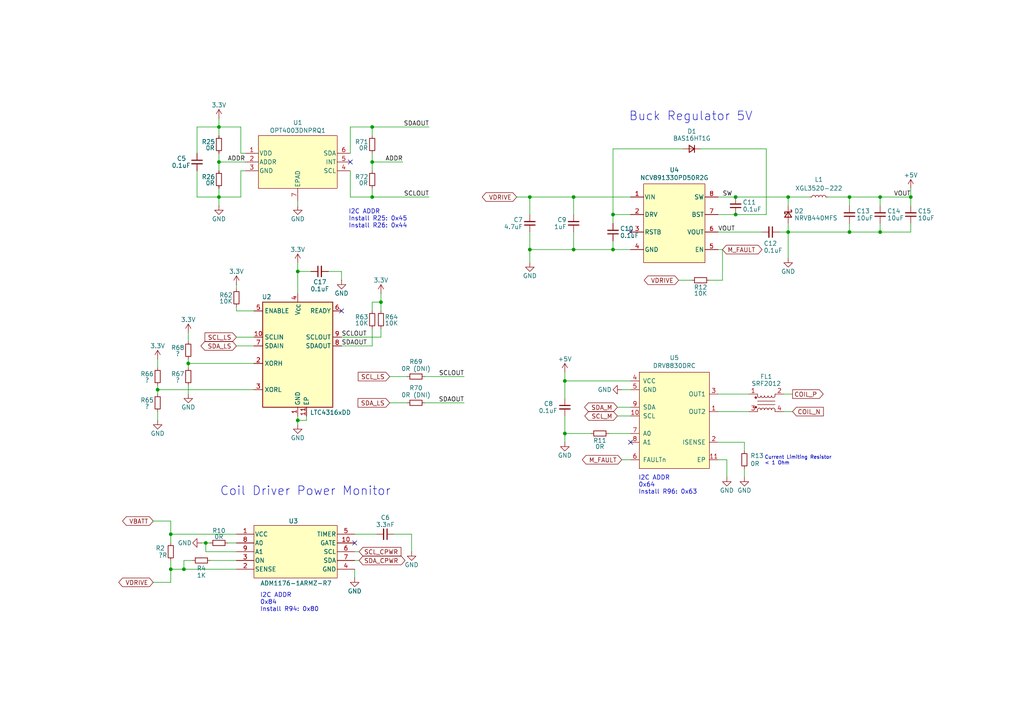
<source format=kicad_sch>
(kicad_sch (version 20231120) (generator "eeschema") (generator_version "8.0")
  (paper "A4")
  (lib_symbols
    (symbol "Interface_Expansion:LTC4316xDD"
      (property "Reference" "U" (at -8.89 16.51 0))
      (property "Value" "LTC4316xDD" (at 6.35 16.51 0))
      (symbol "LTC4316xDD_0_1"
        (rectangle (start -10.16 15.24) (end 10.16 -15.24) (stroke (width 0.254)) (fill (type background)))
      )
      (symbol "LTC4316xDD_1_1"
        (pin power_in line (at 0 -17.78 90) (length 2.54) (name "GND") (number "1"))
        (pin input line (at -12.7 5.08 0) (length 2.54) (name "SCLIN") (number "10"))
        (pin passive line (at 2.54 -17.78 90) (length 2.54) (name "EP") (number "11"))
        (pin input line (at -12.7 -2.54 0) (length 2.54) (name "XORH") (number "2"))
        (pin input line (at -12.7 -10.16 0) (length 2.54) (name "XORL") (number "3"))
        (pin power_in line (at 0 17.78 270) (length 2.54) (name "V_{CC}") (number "4"))
        (pin input line (at -12.7 12.7 0) (length 2.54) (name "ENABLE") (number "5"))
        (pin open_collector line (at 12.7 12.7 180) (length 2.54) (name "READY") (number "6"))
        (pin bidirectional line (at -12.7 2.54 0) (length 2.54) (name "SDAIN") (number "7"))
        (pin bidirectional line (at 12.7 2.54 180) (length 2.54) (name "SDAOUT") (number "8"))
        (pin output line (at 12.7 5.08 180) (length 2.54) (name "SCLOUT") (number "9"))
      )
    )
    (symbol "SolarPanels:ADM1176-1ARMZ-R7" (pin_names (offset 0.254))
      (property "Reference" "U9" (at 0 8.89 0))
      (property "Value" "ADM1176-1ARMZ-R7" (at 0.762 -9.144 0))
      (symbol "ADM1176-1ARMZ-R7_1_0"
        (pin unspecified line (at -16.51 5.08 0) (length 5.08) (name "VCC") (number "1"))
        (pin unspecified line (at 17.78 2.54 180) (length 5.08) (name "GATE") (number "10"))
        (pin unspecified line (at -16.51 -5.08 0) (length 5.08) (name "SENSE") (number "2"))
        (pin unspecified line (at -16.51 -2.54 0) (length 5.08) (name "ON") (number "3"))
        (pin unspecified line (at 17.78 -5.08 180) (length 5.08) (name "GND") (number "4"))
        (pin unspecified line (at 17.78 5.08 180) (length 5.08) (name "TIMER") (number "5"))
        (pin unspecified line (at 17.78 0 180) (length 5.08) (name "SCL") (number "6"))
        (pin unspecified line (at 17.78 -2.54 180) (length 5.08) (name "SDA") (number "7"))
        (pin unspecified line (at -16.51 2.54 0) (length 5.08) (name "A0") (number "8"))
        (pin unspecified line (at -16.51 0 0) (length 5.08) (name "A1") (number "9"))
      )
      (symbol "ADM1176-1ARMZ-R7_1_1"
        (rectangle (start -11.43 7.62) (end 12.7 -7.62) (fill (type background)))
      )
    )
    (symbol "SolarPanels:C_Small" (pin_numbers hide) (pin_names (offset 0.254) hide)
      (property "Reference" "C" (at 0.254 1.778 0))
      (property "Value" "C_Small" (at 0.254 -2.032 0))
      (symbol "C_Small_0_1"
        (polyline (pts (xy -1.524 -0.508) (xy 1.524 -0.508)) (stroke (width 0.3302)))
        (polyline (pts (xy -1.524 0.508) (xy 1.524 0.508)) (stroke (width 0.3048)))
      )
      (symbol "C_Small_1_1"
        (pin passive line (at 0 2.54 270) (length 2.032) (name "~") (number "1"))
        (pin passive line (at 0 -2.54 90) (length 2.032) (name "~") (number "2"))
      )
    )
    (symbol "SolarPanels:DRV8830DRC" (pin_names (offset 1.016))
      (property "Reference" "U" (at -8.89 15.24 0))
      (property "Value" "DRV8830DRC" (at -3.81 -15.24 0))
      (symbol "DRV8830DRC_0_1"
        (rectangle (start -10.16 13.97) (end 10.16 -13.97) (fill (type background)))
      )
      (symbol "DRV8830DRC_1_1"
        (pin passive line (at 12.7 2.54 180) (length 2.54) (name "OUT2") (number "1"))
        (pin passive line (at -12.7 1.27 0) (length 2.54) (name "SCL") (number "10"))
        (pin power_in line (at 12.7 -11.43 180) (length 2.54) (name "EP") (number "11"))
        (pin passive line (at 12.7 -6.35 180) (length 2.54) (name "ISENSE") (number "2"))
        (pin passive line (at 12.7 7.62 180) (length 2.54) (name "OUT1") (number "3"))
        (pin power_in line (at -12.7 11.43 0) (length 2.54) (name "VCC") (number "4"))
        (pin power_in line (at -12.7 8.89 0) (length 2.54) (name "GND") (number "5"))
        (pin open_collector line (at -12.7 -11.43 0) (length 2.54) (name "FAULTn") (number "6"))
        (pin passive line (at -12.7 -3.81 0) (length 2.54) (name "A0") (number "7"))
        (pin passive line (at -12.7 -6.35 0) (length 2.54) (name "A1") (number "8"))
        (pin passive line (at -12.7 3.81 0) (length 2.54) (name "SDA") (number "9"))
      )
    )
    (symbol "SolarPanels:D_Schottky_Small" (pin_numbers hide) (pin_names (offset 0.254) hide)
      (property "Reference" "D" (at -1.27 2.032 0))
      (property "Value" "D_Schottky_Small" (at -7.112 -2.032 0))
      (symbol "D_Schottky_Small_0_1"
        (polyline (pts (xy -0.762 0) (xy 0.762 0)))
        (polyline (pts (xy 0.762 -1.016) (xy -0.762 0) (xy 0.762 1.016) (xy 0.762 -1.016)) (stroke (width 0.254)))
        (polyline (pts (xy -1.27 0.762) (xy -1.27 1.016) (xy -0.762 1.016) (xy -0.762 -1.016) (xy -0.254 -1.016) (xy -0.254 -0.762)) (stroke (width 0.254)))
      )
      (symbol "D_Schottky_Small_1_1"
        (pin passive line (at -2.54 0 0) (length 1.778) (name "K") (number "1"))
        (pin passive line (at 2.54 0 180) (length 1.778) (name "A") (number "2"))
      )
    )
    (symbol "SolarPanels:D_Small" (pin_numbers hide) (pin_names (offset 0.254) hide)
      (property "Reference" "D" (at -1.27 2.032 0))
      (property "Value" "D_Small" (at -3.81 -2.032 0))
      (symbol "D_Small_0_1"
        (polyline (pts (xy -0.762 -1.016) (xy -0.762 1.016)) (stroke (width 0.254)))
        (polyline (pts (xy -0.762 0) (xy 0.762 0)))
        (polyline (pts (xy 0.762 -1.016) (xy -0.762 0) (xy 0.762 1.016) (xy 0.762 -1.016)) (stroke (width 0.254)))
      )
      (symbol "D_Small_1_1"
        (pin passive line (at -2.54 0 0) (length 1.778) (name "K") (number "1"))
        (pin passive line (at 2.54 0 180) (length 1.778) (name "A") (number "2"))
      )
    )
    (symbol "SolarPanels:Filter_EMI_CommonMode" (pin_names (offset 0.254) hide)
      (property "Reference" "FL" (at 0 4.445 0))
      (property "Value" "Filter_EMI_CommonMode" (at 0 -4.445 0))
      (symbol "Filter_EMI_CommonMode_0_1"
        (circle (center -3.048 -1.27) (radius 0.254) (fill (type outline)))
        (circle (center -3.048 1.524) (radius 0.254) (fill (type outline)))
        (arc (start -2.54 2.032) (mid -2.032 1.5262) (end -1.524 2.032))
        (arc (start -1.524 -2.032) (mid -2.032 -1.5262) (end -2.54 -2.032))
        (arc (start -1.524 2.032) (mid -1.016 1.5262) (end -0.508 2.032))
        (arc (start -0.508 -2.032) (mid -1.016 -1.5262) (end -1.524 -2.032))
        (arc (start -0.508 2.032) (mid 0 1.5262) (end 0.508 2.032))
        (polyline (pts (xy -2.54 -2.032) (xy -2.54 -2.54)))
        (polyline (pts (xy -2.54 0.508) (xy 2.54 0.508)))
        (polyline (pts (xy -2.54 2.032) (xy -2.54 2.54)))
        (polyline (pts (xy 2.54 -2.032) (xy 2.54 -2.54)))
        (polyline (pts (xy 2.54 -0.508) (xy -2.54 -0.508)))
        (polyline (pts (xy 2.54 2.54) (xy 2.54 2.032)))
        (arc (start 0.508 -2.032) (mid 0 -1.5262) (end -0.508 -2.032))
        (arc (start 0.508 2.032) (mid 1.016 1.5262) (end 1.524 2.032))
        (arc (start 1.524 -2.032) (mid 1.016 -1.5262) (end 0.508 -2.032))
        (arc (start 1.524 2.032) (mid 2.032 1.5262) (end 2.54 2.032))
        (arc (start 2.54 -2.032) (mid 2.032 -1.5262) (end 1.524 -2.032))
      )
      (symbol "Filter_EMI_CommonMode_1_1"
        (pin passive line (at -5.08 2.54 0) (length 2.54) (name "1") (number "1"))
        (pin passive line (at 5.08 2.54 180) (length 2.54) (name "2") (number "2"))
        (pin passive line (at -5.08 -2.54 0) (length 2.54) (name "3") (number "3"))
        (pin passive line (at 5.08 -2.54 180) (length 2.54) (name "4") (number "4"))
      )
    )
    (symbol "SolarPanels:L_Small" (pin_numbers hide) (pin_names (offset 0.254) hide)
      (property "Reference" "L" (at 0.762 1.016 0))
      (property "Value" "L_Small" (at 0.762 -1.016 0))
      (symbol "L_Small_0_1"
        (arc (start 0 -2.032) (mid 0.5058 -1.524) (end 0 -1.016))
        (arc (start 0 -1.016) (mid 0.5058 -0.508) (end 0 0))
        (arc (start 0 0) (mid 0.5058 0.508) (end 0 1.016))
        (arc (start 0 1.016) (mid 0.5058 1.524) (end 0 2.032))
      )
      (symbol "L_Small_1_1"
        (pin passive line (at 0 2.54 270) (length 0.508) (name "~") (number "1"))
        (pin passive line (at 0 -2.54 90) (length 0.508) (name "~") (number "2"))
      )
    )
    (symbol "SolarPanels:NCV891330PD50R2G" (pin_names (offset 0.254))
      (property "Reference" "U" (at 0 16.256 0))
      (property "Value" "NCV891330PD50R2G" (at 0 13.208 0))
      (symbol "NCV891330PD50R2G_1_1"
        (rectangle (start -8.89 11.43) (end 8.89 -11.43) (fill (type background)))
        (pin input line (at -12.7 7.62 0) (length 3.81) (name "VIN") (number "1"))
        (pin output line (at -12.7 2.54 0) (length 3.81) (name "DRV") (number "2"))
        (pin output line (at -12.7 -2.54 0) (length 3.81) (name "RSTB") (number "3"))
        (pin power_in line (at -12.7 -7.62 0) (length 3.81) (name "GND") (number "4"))
        (pin input line (at 12.7 -7.62 180) (length 3.81) (name "EN") (number "5"))
        (pin output line (at 12.7 -2.54 180) (length 3.81) (name "VOUT") (number "6"))
        (pin input line (at 12.7 2.54 180) (length 3.81) (name "BST") (number "7"))
        (pin output line (at 12.7 7.62 180) (length 3.81) (name "SW") (number "8"))
        (pin power_in line (at -12.7 -7.62 0) (length 3.81) hide (name "GND") (number "9"))
      )
    )
    (symbol "SolarPanels:OPT4003DNPRQ1" (pin_names (offset 0.254))
      (property "Reference" "U" (at 0 11.938 0))
      (property "Value" "OPT4003DNPRQ1" (at 0 9.398 0))
      (symbol "OPT4003DNPRQ1_1_1"
        (rectangle (start -11.43 7.62) (end 11.43 -7.62) (fill (type background)))
        (pin input line (at -15.24 2.54 0) (length 3.81) (name "VDD") (number "1"))
        (pin input line (at -15.24 0 0) (length 3.81) (name "ADDR") (number "2"))
        (pin power_in line (at -15.24 -2.54 0) (length 3.81) (name "GND") (number "3"))
        (pin input line (at 15.24 -2.54 180) (length 3.81) (name "SCL") (number "4"))
        (pin bidirectional line (at 15.24 0 180) (length 3.81) (name "INT") (number "5"))
        (pin bidirectional line (at 15.24 2.54 180) (length 3.81) (name "SDA") (number "6"))
        (pin power_out line (at 0 -11.43 90) (length 3.81) (name "EPAD") (number "7"))
      )
    )
    (symbol "SolarPanels:R_Small" (pin_numbers hide) (pin_names (offset 0.254) hide)
      (property "Reference" "R" (at 0.762 0.508 0))
      (property "Value" "R_Small" (at 0.762 -1.016 0))
      (symbol "R_Small_0_1"
        (rectangle (start -0.762 1.778) (end 0.762 -1.778) (stroke (width 0.2032)))
      )
      (symbol "R_Small_1_1"
        (pin passive line (at 0 2.54 270) (length 0.762) (name "~") (number "1"))
        (pin passive line (at 0 -2.54 90) (length 0.762) (name "~") (number "2"))
      )
    )
    (symbol "power:+3.3V" (power) (pin_numbers hide) (pin_names (offset 0) hide)
      (property "Value" "+3.3V" (at 0 3.556 0))
      (symbol "+3.3V_0_1"
        (polyline (pts (xy -0.762 1.27) (xy 0 2.54)))
        (polyline (pts (xy 0 0) (xy 0 2.54)))
        (polyline (pts (xy 0 2.54) (xy 0.762 1.27)))
      )
      (symbol "+3.3V_1_1"
        (pin power_in line (at 0 0 90) (length 0) (name "~") (number "1"))
      )
    )
    (symbol "power:+5V" (power) (pin_numbers hide) (pin_names (offset 0) hide)
      (property "Value" "+5V" (at 0 3.556 0))
      (symbol "+5V_0_1"
        (polyline (pts (xy -0.762 1.27) (xy 0 2.54)))
        (polyline (pts (xy 0 0) (xy 0 2.54)))
        (polyline (pts (xy 0 2.54) (xy 0.762 1.27)))
      )
      (symbol "+5V_1_1"
        (pin power_in line (at 0 0 90) (length 0) (name "~") (number "1"))
      )
    )
    (symbol "power:GND" (power) (pin_numbers hide) (pin_names (offset 0) hide)
      (property "Value" "GND" (at 0 -3.81 0))
      (symbol "GND_0_1"
        (polyline (pts (xy 0 0) (xy 0 -1.27) (xy 1.27 -1.27) (xy 0 -2.54) (xy -1.27 -1.27) (xy 0 -1.27)))
      )
      (symbol "GND_1_1"
        (pin power_in line (at 0 0 270) (length 0) (name "~") (number "1"))
      )
    )
  )
  (junction (at 228.6 67.31))
  (junction (at 107.95 36.83))
  (junction (at 264.16 57.15))
  (junction (at 59.69 157.48))
  (junction (at 153.67 72.39))
  (junction (at 163.83 110.49))
  (junction (at 53.34 165.1))
  (junction (at 177.8 62.23))
  (junction (at 166.37 72.39))
  (junction (at 107.95 57.15))
  (junction (at 228.6 57.15))
  (junction (at 86.36 121.92))
  (junction (at 63.5 36.83))
  (junction (at 177.8 72.39))
  (junction (at 163.83 125.73))
  (junction (at 63.5 46.99))
  (junction (at 213.36 57.15))
  (junction (at 255.27 57.15))
  (junction (at 49.53 165.1))
  (junction (at 246.38 67.31))
  (junction (at 49.53 154.94))
  (junction (at 86.36 78.74))
  (junction (at 45.72 113.03))
  (junction (at 54.61 105.41))
  (junction (at 153.67 57.15))
  (junction (at 63.5 57.15))
  (junction (at 166.37 57.15))
  (junction (at 213.36 62.23))
  (junction (at 255.27 67.31))
  (junction (at 110.49 87.63))
  (junction (at 246.38 57.15))
  (junction (at 107.95 46.99))
  (no_connect (at 101.6 46.99))
  (no_connect (at 182.88 128.27))
  (no_connect (at 182.88 67.31))
  (no_connect (at 99.06 90.17))
  (no_connect (at 102.87 157.48))
  (wire (pts (xy 208.28 57.15) (xy 213.36 57.15)))
  (wire (pts (xy 110.49 87.63) (xy 110.49 90.17)))
  (wire (pts (xy 102.87 154.94) (xy 109.22 154.94)))
  (wire (pts (xy 99.06 100.33) (xy 107.95 100.33)))
  (wire (pts (xy 182.88 62.23) (xy 177.8 62.23)))
  (wire (pts (xy 102.87 167.64) (xy 102.87 165.1)))
  (wire (pts (xy 110.49 85.09) (xy 110.49 87.63)))
  (wire (pts (xy 90.17 78.74) (xy 86.36 78.74)))
  (wire (pts (xy 209.55 72.39) (xy 208.28 72.39)))
  (wire (pts (xy 222.25 62.23) (xy 213.36 62.23)))
  (wire (pts (xy 264.16 54.61) (xy 264.16 57.15)))
  (wire (pts (xy 95.25 78.74) (xy 99.06 78.74)))
  (wire (pts (xy 63.5 59.69) (xy 63.5 57.15)))
  (wire (pts (xy 54.61 105.41) (xy 73.66 105.41)))
  (wire (pts (xy 49.53 154.94) (xy 49.53 151.13)))
  (wire (pts (xy 49.53 154.94) (xy 68.58 154.94)))
  (wire (pts (xy 119.38 154.94) (xy 119.38 160.02)))
  (wire (pts (xy 166.37 67.31) (xy 166.37 72.39)))
  (wire (pts (xy 107.95 87.63) (xy 107.95 90.17)))
  (wire (pts (xy 119.38 154.94) (xy 114.3 154.94)))
  (wire (pts (xy 177.8 62.23) (xy 177.8 43.18)))
  (wire (pts (xy 255.27 67.31) (xy 246.38 67.31)))
  (wire (pts (xy 203.2 43.18) (xy 222.25 43.18)))
  (wire (pts (xy 208.28 133.35) (xy 210.82 133.35)))
  (wire (pts (xy 49.53 165.1) (xy 53.34 165.1)))
  (wire (pts (xy 176.53 125.73) (xy 182.88 125.73)))
  (wire (pts (xy 134.62 116.84) (xy 123.19 116.84)))
  (wire (pts (xy 208.28 67.31) (xy 220.98 67.31)))
  (wire (pts (xy 86.36 121.92) (xy 86.36 123.19)))
  (wire (pts (xy 228.6 74.93) (xy 228.6 67.31)))
  (wire (pts (xy 68.58 100.33) (xy 73.66 100.33)))
  (wire (pts (xy 68.58 83.82) (xy 68.58 82.55)))
  (wire (pts (xy 58.42 157.48) (xy 59.69 157.48)))
  (wire (pts (xy 59.69 157.48) (xy 59.69 160.02)))
  (wire (pts (xy 205.74 81.28) (xy 209.55 81.28)))
  (wire (pts (xy 71.12 44.45) (xy 69.85 44.45)))
  (wire (pts (xy 227.33 114.3) (xy 229.87 114.3)))
  (wire (pts (xy 69.85 44.45) (xy 69.85 36.83)))
  (wire (pts (xy 63.5 46.99) (xy 63.5 49.53)))
  (wire (pts (xy 208.28 128.27) (xy 215.9 128.27)))
  (wire (pts (xy 69.85 49.53) (xy 69.85 57.15)))
  (wire (pts (xy 49.53 162.56) (xy 49.53 165.1)))
  (wire (pts (xy 215.9 135.89) (xy 215.9 138.43)))
  (wire (pts (xy 68.58 90.17) (xy 68.58 88.9)))
  (wire (pts (xy 86.36 121.92) (xy 88.9 121.92)))
  (wire (pts (xy 163.83 110.49) (xy 163.83 115.57)))
  (wire (pts (xy 49.53 154.94) (xy 49.53 157.48)))
  (wire (pts (xy 107.95 46.99) (xy 116.84 46.99)))
  (wire (pts (xy 68.58 97.79) (xy 73.66 97.79)))
  (wire (pts (xy 54.61 111.76) (xy 54.61 114.3)))
  (wire (pts (xy 182.88 113.03) (xy 180.34 113.03)))
  (wire (pts (xy 153.67 67.31) (xy 153.67 72.39)))
  (wire (pts (xy 113.03 109.22) (xy 118.11 109.22)))
  (wire (pts (xy 69.85 36.83) (xy 63.5 36.83)))
  (wire (pts (xy 149.86 57.15) (xy 153.67 57.15)))
  (wire (pts (xy 226.06 67.31) (xy 228.6 67.31)))
  (wire (pts (xy 264.16 59.69) (xy 264.16 57.15)))
  (wire (pts (xy 177.8 43.18) (xy 198.12 43.18)))
  (wire (pts (xy 57.15 49.53) (xy 57.15 57.15)))
  (wire (pts (xy 59.69 160.02) (xy 68.58 160.02)))
  (wire (pts (xy 113.03 116.84) (xy 118.11 116.84)))
  (wire (pts (xy 222.25 43.18) (xy 222.25 62.23)))
  (wire (pts (xy 153.67 57.15) (xy 153.67 62.23)))
  (wire (pts (xy 86.36 59.69) (xy 86.36 58.42)))
  (wire (pts (xy 182.88 57.15) (xy 166.37 57.15)))
  (wire (pts (xy 255.27 64.77) (xy 255.27 67.31)))
  (wire (pts (xy 182.88 118.11) (xy 179.07 118.11)))
  (wire (pts (xy 63.5 36.83) (xy 63.5 39.37)))
  (wire (pts (xy 53.34 162.56) (xy 53.34 165.1)))
  (wire (pts (xy 255.27 57.15) (xy 264.16 57.15)))
  (wire (pts (xy 110.49 95.25) (xy 110.49 97.79)))
  (wire (pts (xy 107.95 44.45) (xy 107.95 46.99)))
  (wire (pts (xy 213.36 62.23) (xy 208.28 62.23)))
  (wire (pts (xy 208.28 114.3) (xy 217.17 114.3)))
  (wire (pts (xy 166.37 72.39) (xy 153.67 72.39)))
  (wire (pts (xy 104.14 160.02) (xy 102.87 160.02)))
  (wire (pts (xy 228.6 57.15) (xy 234.95 57.15)))
  (wire (pts (xy 99.06 97.79) (xy 110.49 97.79)))
  (wire (pts (xy 86.36 78.74) (xy 86.36 85.09)))
  (wire (pts (xy 54.61 96.52) (xy 54.61 99.06)))
  (wire (pts (xy 54.61 106.68) (xy 54.61 105.41)))
  (wire (pts (xy 107.95 57.15) (xy 124.46 57.15)))
  (wire (pts (xy 209.55 72.39) (xy 209.55 81.28)))
  (wire (pts (xy 163.83 110.49) (xy 182.88 110.49)))
  (wire (pts (xy 101.6 36.83) (xy 101.6 44.45)))
  (wire (pts (xy 246.38 57.15) (xy 246.38 59.69)))
  (wire (pts (xy 107.95 36.83) (xy 107.95 39.37)))
  (wire (pts (xy 99.06 78.74) (xy 99.06 81.28)))
  (wire (pts (xy 196.85 81.28) (xy 200.66 81.28)))
  (wire (pts (xy 180.34 133.35) (xy 182.88 133.35)))
  (wire (pts (xy 101.6 36.83) (xy 107.95 36.83)))
  (wire (pts (xy 228.6 67.31) (xy 228.6 64.77)))
  (wire (pts (xy 177.8 69.85) (xy 177.8 72.39)))
  (wire (pts (xy 215.9 128.27) (xy 215.9 130.81)))
  (wire (pts (xy 63.5 46.99) (xy 71.12 46.99)))
  (wire (pts (xy 264.16 64.77) (xy 264.16 67.31)))
  (wire (pts (xy 57.15 57.15) (xy 63.5 57.15)))
  (wire (pts (xy 107.95 95.25) (xy 107.95 100.33)))
  (wire (pts (xy 163.83 125.73) (xy 171.45 125.73)))
  (wire (pts (xy 177.8 62.23) (xy 177.8 64.77)))
  (wire (pts (xy 53.34 165.1) (xy 68.58 165.1)))
  (wire (pts (xy 86.36 76.2) (xy 86.36 78.74)))
  (wire (pts (xy 101.6 49.53) (xy 101.6 57.15)))
  (wire (pts (xy 240.03 57.15) (xy 246.38 57.15)))
  (wire (pts (xy 246.38 64.77) (xy 246.38 67.31)))
  (wire (pts (xy 45.72 119.38) (xy 45.72 121.92)))
  (wire (pts (xy 63.5 54.61) (xy 63.5 57.15)))
  (wire (pts (xy 73.66 90.17) (xy 68.58 90.17)))
  (wire (pts (xy 44.45 151.13) (xy 49.53 151.13)))
  (wire (pts (xy 208.28 119.38) (xy 217.17 119.38)))
  (wire (pts (xy 246.38 67.31) (xy 228.6 67.31)))
  (wire (pts (xy 255.27 57.15) (xy 246.38 57.15)))
  (wire (pts (xy 54.61 105.41) (xy 54.61 104.14)))
  (wire (pts (xy 60.96 157.48) (xy 59.69 157.48)))
  (wire (pts (xy 60.96 162.56) (xy 68.58 162.56)))
  (wire (pts (xy 134.62 109.22) (xy 123.19 109.22)))
  (wire (pts (xy 153.67 72.39) (xy 153.67 76.2)))
  (wire (pts (xy 45.72 113.03) (xy 73.66 113.03)))
  (wire (pts (xy 177.8 72.39) (xy 166.37 72.39)))
  (wire (pts (xy 166.37 57.15) (xy 166.37 62.23)))
  (wire (pts (xy 63.5 46.99) (xy 63.5 44.45)))
  (wire (pts (xy 255.27 57.15) (xy 255.27 59.69)))
  (wire (pts (xy 69.85 57.15) (xy 63.5 57.15)))
  (wire (pts (xy 107.95 46.99) (xy 107.95 49.53)))
  (wire (pts (xy 107.95 36.83) (xy 124.46 36.83)))
  (wire (pts (xy 107.95 57.15) (xy 101.6 57.15)))
  (wire (pts (xy 182.88 72.39) (xy 177.8 72.39)))
  (wire (pts (xy 110.49 87.63) (xy 107.95 87.63)))
  (wire (pts (xy 210.82 133.35) (xy 210.82 138.43)))
  (wire (pts (xy 45.72 106.68) (xy 45.72 104.14)))
  (wire (pts (xy 163.83 120.65) (xy 163.83 125.73)))
  (wire (pts (xy 104.14 162.56) (xy 102.87 162.56)))
  (wire (pts (xy 213.36 57.15) (xy 228.6 57.15)))
  (wire (pts (xy 255.27 67.31) (xy 264.16 67.31)))
  (wire (pts (xy 88.9 121.92) (xy 88.9 120.65)))
  (wire (pts (xy 86.36 121.92) (xy 86.36 120.65)))
  (wire (pts (xy 45.72 113.03) (xy 45.72 111.76)))
  (wire (pts (xy 227.33 119.38) (xy 229.87 119.38)))
  (wire (pts (xy 44.45 168.91) (xy 49.53 168.91)))
  (wire (pts (xy 69.85 49.53) (xy 71.12 49.53)))
  (wire (pts (xy 45.72 113.03) (xy 45.72 114.3)))
  (wire (pts (xy 166.37 57.15) (xy 153.67 57.15)))
  (wire (pts (xy 163.83 107.95) (xy 163.83 110.49)))
  (wire (pts (xy 182.88 120.65) (xy 179.07 120.65)))
  (wire (pts (xy 228.6 57.15) (xy 228.6 59.69)))
  (wire (pts (xy 63.5 36.83) (xy 57.15 36.83)))
  (wire (pts (xy 55.88 162.56) (xy 53.34 162.56)))
  (wire (pts (xy 107.95 54.61) (xy 107.95 57.15)))
  (wire (pts (xy 163.83 125.73) (xy 163.83 128.27)))
  (wire (pts (xy 63.5 34.29) (xy 63.5 36.83)))
  (wire (pts (xy 66.04 157.48) (xy 68.58 157.48)))
  (wire (pts (xy 57.15 36.83) (xy 57.15 44.45)))
  (wire (pts (xy 49.53 165.1) (xy 49.53 168.91)))
  (text "Current Limiting Resistor\n< 1 Ohm" (at 221.742 135.001 0) (effects (font (size 1.016 1.016)) (justify left bottom)))
  (text "I2C ADDR\n0x64\nInstall R96: 0x63" (at 185.166 143.51 0) (effects (font (size 1.27 1.27)) (justify left bottom)))
  (text "I2C ADDR\nInstall R25: 0x45\nInstall R26: 0x44" (at 101.092 66.294 0) (effects (font (size 1.27 1.27)) (justify left bottom)))
  (text "Coil Driver Power Monitor" (at 63.754 144.018 0) (effects (font (size 2.54 2.54)) (justify left bottom)))
  (text "I2C ADDR\n0x84\nInstall R94: 0x80" (at 75.438 177.546 0) (effects (font (size 1.27 1.27)) (justify left bottom)))
  (text "Buck Regulator 5V" (at 182.372 35.306 0) (effects (font (size 2.54 2.54)) (justify left bottom)))
  (label "SCLOUT" (at 99.06 97.79 0))
  (label "SDAOUT" (at 99.06 100.33 0))
  (label "ADDR" (at 116.84 46.99 180))
  (label "ADDR" (at 71.12 46.99 180))
  (label "SCLOUT" (at 124.46 57.15 180))
  (label "SDAOUT" (at 134.62 116.84 180))
  (label "SCLOUT" (at 134.62 109.22 180))
  (label "VOUT" (at 208.28 67.31 0))
  (label "VOUT" (at 264.16 57.15 180))
  (label "SW" (at 209.55 57.15 0))
  (label "SDAOUT" (at 124.46 36.83 180))
  (global_label "COIL_P" (shape output) (at 229.87 114.3 0) (property "Intersheetrefs" "${INTERSHEET_REFS}" (effects (hide yes))))
  (global_label "SCL_M" (shape bidirectional) (at 179.07 120.65 180) (property "Intersheetrefs" "${INTERSHEET_REFS}" (effects (hide yes))))
  (global_label "M_FAULT" (shape bidirectional) (at 209.55 72.39 0) (property "Intersheetrefs" "${INTERSHEET_REFS}" (effects (hide yes))))
  (global_label "VDRIVE" (shape bidirectional) (at 44.45 168.91 180) (property "Intersheetrefs" "${INTERSHEET_REFS}" (effects (hide yes))))
  (global_label "SDA_LS" (shape input) (at 113.03 116.84 180) (property "Intersheetrefs" "${INTERSHEET_REFS}" (effects (hide yes))))
  (global_label "VBATT" (shape bidirectional) (at 44.45 151.13 180) (property "Intersheetrefs" "${INTERSHEET_REFS}" (effects (hide yes))))
  (global_label "COIL_N" (shape input) (at 229.87 119.38 0) (property "Intersheetrefs" "${INTERSHEET_REFS}" (effects (hide yes))))
  (global_label "SCL_LS" (shape input) (at 113.03 109.22 180) (property "Intersheetrefs" "${INTERSHEET_REFS}" (effects (hide yes))))
  (global_label "VDRIVE" (shape bidirectional) (at 196.85 81.28 180) (property "Intersheetrefs" "${INTERSHEET_REFS}" (effects (hide yes))))
  (global_label "SDA_LS" (shape bidirectional) (at 68.58 100.33 180) (property "Intersheetrefs" "${INTERSHEET_REFS}" (effects (hide yes))))
  (global_label "SCL_CPWR" (shape input) (at 104.14 160.02 0) (property "Intersheetrefs" "${INTERSHEET_REFS}" (effects (hide yes))))
  (global_label "SDA_CPWR" (shape bidirectional) (at 104.14 162.56 0) (property "Intersheetrefs" "${INTERSHEET_REFS}" (effects (hide yes))))
  (global_label "SCL_LS" (shape input) (at 68.58 97.79 180) (property "Intersheetrefs" "${INTERSHEET_REFS}" (effects (hide yes))))
  (global_label "SDA_M" (shape bidirectional) (at 179.07 118.11 180) (property "Intersheetrefs" "${INTERSHEET_REFS}" (effects (hide yes))))
  (global_label "VDRIVE" (shape bidirectional) (at 149.86 57.15 180) (property "Intersheetrefs" "${INTERSHEET_REFS}" (effects (hide yes))))
  (global_label "M_FAULT" (shape bidirectional) (at 180.34 133.35 180) (property "Intersheetrefs" "${INTERSHEET_REFS}" (effects (hide yes))))
  (symbol (lib_id "SolarPanels:D_Schottky_Small") (at 228.6 62.23 270) (unit 1)
    (property "Reference" "D2" (at 230.378 61.214 90) (effects (justify left)))
    (property "Value" "NRVB440MFS" (at 230.378 63.246 90) (effects (justify left)))
    (property "Footprint" "SolarPanels:NRVB440MFSWFT1G" (effects (hide yes)))
    (property "Description" "Schottky diode, small symbol" (effects (hide yes)))
  )
  (symbol (lib_id "SolarPanels:C_Small") (at 255.27 62.23 0) (mirror x) (unit 1)
    (property "Reference" "C14" (at 257.302 61.214 0) (effects (justify left)))
    (property "Value" "10uF" (at 257.302 63.246 0) (effects (justify left)))
    (property "Footprint" "Capacitor_SMD:C_1206_3216Metric" (effects (hide yes)))
    (property "Description" "Unpolarized capacitor, small symbol" (effects (hide yes)))
  )
  (symbol (lib_id "SolarPanels:C_Small") (at 92.71 78.74 90) (unit 1)
    (property "Reference" "C17" (at 94.742 81.788 90) (effects (justify left)))
    (property "Value" "0.1uF" (at 95.504 83.82 90) (effects (justify left)))
    (property "Footprint" "Capacitor_SMD:C_0603_1608Metric" (effects (hide yes)))
  )
  (symbol (lib_id "SolarPanels:R_Small") (at 54.61 101.6 0) (mirror x) (unit 1)
    (property "Reference" "R68" (at 51.562 100.838 0))
    (property "Value" "?" (at 51.562 102.616 0))
    (property "Footprint" "Resistor_SMD:R_0603_1608Metric" (effects (hide yes)))
    (property "Description" "Resistor, small symbol" (effects (hide yes)))
  )
  (symbol (lib_id "SolarPanels:R_Small") (at 63.5 52.07 0) (mirror x) (unit 1)
    (property "Reference" "R26" (at 60.452 51.308 0))
    (property "Value" "0R" (at 60.96 53.086 0))
    (property "Footprint" "Resistor_SMD:R_0402_1005Metric" (effects (hide yes)))
    (property "Description" "Resistor, small symbol" (effects (hide yes)))
  )
  (symbol (lib_id "SolarPanels:OPT4003DNPRQ1") (at 86.36 46.99 0) (unit 1)
    (property "Reference" "U1" (at 86.36 35.56 0))
    (property "Value" "OPT4003DNPRQ1" (at 86.36 37.846 0))
    (property "Footprint" "SolarPanels:OPT4003" (effects (hide yes)))
    (property "Datasheet" "OPT4003DNPRQ1" (effects (hide yes)))
  )
  (symbol (lib_id "power:GND") (at 86.36 123.19 0) (unit 1)
    (property "Reference" "#PWR038" (effects (hide yes)))
    (property "Value" "GND" (at 86.36 127 0))
    (property "Description" "Power symbol creates a global label with name \"GND\" , ground" (effects (hide yes)))
  )
  (symbol (lib_id "power:GND") (at 63.5 59.69 0) (unit 1)
    (property "Reference" "#PWR013" (effects (hide yes)))
    (property "Value" "GND" (at 63.5 63.5 0))
    (property "Description" "Power symbol creates a global label with name \"GND\" , ground" (effects (hide yes)))
  )
  (symbol (lib_id "SolarPanels:Filter_EMI_CommonMode") (at 222.25 116.84 0) (unit 1)
    (property "Reference" "FL1" (at 222.25 109.22 0))
    (property "Value" "SRF2012" (at 222.25 111.252 0))
    (property "Footprint" "SolarPanels:SRF2012" (effects (hide yes)))
  )
  (symbol (lib_id "SolarPanels:C_Small") (at 177.8 67.31 0) (mirror x) (unit 1)
    (property "Reference" "C10" (at 179.832 66.294 0) (effects (justify left)))
    (property "Value" "0.1uF" (at 179.832 68.326 0) (effects (justify left)))
    (property "Footprint" "Capacitor_SMD:C_0603_1608Metric" (effects (hide yes)))
    (property "Description" "Unpolarized capacitor, small symbol" (effects (hide yes)))
  )
  (symbol (lib_id "SolarPanels:R_Small") (at 45.72 109.22 0) (mirror x) (unit 1)
    (property "Reference" "R66" (at 42.672 108.458 0))
    (property "Value" "?" (at 42.672 110.236 0))
    (property "Footprint" "Resistor_SMD:R_0603_1608Metric" (effects (hide yes)))
    (property "Description" "Resistor, small symbol" (effects (hide yes)))
  )
  (symbol (lib_id "power:GND") (at 153.67 76.2 0) (unit 1)
    (property "Reference" "#PWR015" (effects (hide yes)))
    (property "Value" "GND" (at 153.67 80.01 0))
  )
  (symbol (lib_id "SolarPanels:R_Small") (at 54.61 109.22 0) (mirror x) (unit 1)
    (property "Reference" "R67" (at 51.562 108.458 0))
    (property "Value" "?" (at 51.562 110.236 0))
    (property "Footprint" "Resistor_SMD:R_0603_1608Metric" (effects (hide yes)))
    (property "Description" "Resistor, small symbol" (effects (hide yes)))
  )
  (symbol (lib_id "SolarPanels:R_Small") (at 45.72 116.84 0) (mirror x) (unit 1)
    (property "Reference" "R65" (at 42.672 116.078 0))
    (property "Value" "?" (at 42.672 117.856 0))
    (property "Footprint" "Resistor_SMD:R_0603_1608Metric" (effects (hide yes)))
    (property "Description" "Resistor, small symbol" (effects (hide yes)))
  )
  (symbol (lib_id "SolarPanels:R_Small") (at 203.2 81.28 270) (mirror x) (unit 1)
    (property "Reference" "R12" (at 203.2 83.312 90))
    (property "Value" "10K" (at 203.2 85.09 90))
    (property "Footprint" "Resistor_SMD:R_0603_1608Metric" (effects (hide yes)))
    (property "Description" "Resistor, small symbol" (effects (hide yes)))
  )
  (symbol (lib_id "SolarPanels:R_Small") (at 63.5 157.48 90) (mirror x) (unit 1)
    (property "Reference" "R10" (at 63.5 153.924 90))
    (property "Value" "0R" (at 63.5 155.702 90))
    (property "Footprint" "Resistor_SMD:R_0603_1608Metric" (effects (hide yes)))
    (property "Description" "Resistor, small symbol" (effects (hide yes)))
  )
  (symbol (lib_id "power:+3.3V") (at 54.61 96.52 0) (unit 1)
    (property "Reference" "#PWR044" (effects (hide yes)))
    (property "Value" "3.3V" (at 54.61 92.71 0))
    (property "Description" "Power symbol creates a global label with name \"+3.3V\"" (effects (hide yes)))
  )
  (symbol (lib_id "SolarPanels:R_Small") (at 215.9 133.35 180) (unit 1)
    (property "Reference" "R13" (at 217.6272 132.1816 0) (effects (justify right)))
    (property "Value" "0R" (at 217.6272 134.493 0) (effects (justify right)))
    (property "Footprint" "Resistor_SMD:R_0603_1608Metric" (effects (hide yes)))
    (property "Description" "Resistor, small symbol" (effects (hide yes)))
  )
  (symbol (lib_id "SolarPanels:C_Small") (at 246.38 62.23 0) (mirror x) (unit 1)
    (property "Reference" "C13" (at 248.412 61.214 0) (effects (justify left)))
    (property "Value" "10uF" (at 248.412 63.246 0) (effects (justify left)))
    (property "Footprint" "Capacitor_SMD:C_1206_3216Metric" (effects (hide yes)))
    (property "Description" "Unpolarized capacitor, small symbol" (effects (hide yes)))
  )
  (symbol (lib_id "power:GND") (at 45.72 121.92 0) (mirror y) (unit 1)
    (property "Reference" "#PWR043" (effects (hide yes)))
    (property "Value" "GND" (at 45.72 125.73 0))
    (property "Description" "Power symbol creates a global label with name \"GND\" , ground" (effects (hide yes)))
  )
  (symbol (lib_id "SolarPanels:R_Small") (at 49.53 160.02 0) (mirror x) (unit 1)
    (property "Reference" "R2" (at 46.482 159.004 0))
    (property "Value" "?R" (at 47.244 161.036 0))
    (property "Footprint" "Resistor_SMD:R_2512_6332Metric" (effects (hide yes)))
    (property "Description" "Resistor, small symbol" (effects (hide yes)))
  )
  (symbol (lib_id "SolarPanels:L_Small") (at 237.49 57.15 90) (unit 1)
    (property "Reference" "L1" (at 237.49 52.07 90))
    (property "Value" "XGL3520-222" (at 237.49 54.61 90))
    (property "Footprint" "SolarPanels:XGL3520" (effects (hide yes)))
    (property "Description" "Inductor, small symbol" (effects (hide yes)))
  )
  (symbol (lib_id "power:GND") (at 58.42 157.48 270) (unit 1)
    (property "Reference" "#PWR03" (effects (hide yes)))
    (property "Value" "GND" (at 53.594 157.48 90))
    (property "Description" "Power symbol creates a global label with name \"GND\" , ground" (effects (hide yes)))
  )
  (symbol (lib_id "Interface_Expansion:LTC4316xDD") (at 86.36 102.87 0) (unit 1)
    (property "Reference" "U2" (at 75.946 86.106 0) (effects (justify left)))
    (property "Value" "LTC4316xDD" (at 89.916 119.634 0) (effects (justify left)))
    (property "Footprint" "Package_DFN_QFN:DFN-10-1EP_3x3mm_P0.5mm_EP1.65x2.38mm" (effects (hide yes)))
    (property "Datasheet" "https://www.analog.com/media/en/technical-documentation/data-sheets/4316fa.pdf" (effects (hide yes)))
    (property "Description" "Single I2C/SMBus Address-Translator, DFN-10" (effects (hide yes)))
  )
  (symbol (lib_id "SolarPanels:C_Small") (at 163.83 118.11 0) (unit 1)
    (property "Reference" "C8" (at 157.734 117.094 0) (effects (justify left)))
    (property "Value" "0.1uF" (at 156.21 119.126 0) (effects (justify left)))
    (property "Footprint" "Capacitor_SMD:C_0805_2012Metric" (effects (hide yes)))
  )
  (symbol (lib_id "SolarPanels:C_Small") (at 264.16 62.23 0) (mirror x) (unit 1)
    (property "Reference" "C15" (at 266.192 61.214 0) (effects (justify left)))
    (property "Value" "10uF" (at 266.192 63.246 0) (effects (justify left)))
    (property "Footprint" "Capacitor_SMD:C_1206_3216Metric" (effects (hide yes)))
    (property "Description" "Unpolarized capacitor, small symbol" (effects (hide yes)))
  )
  (symbol (lib_id "SolarPanels:R_Small") (at 58.42 162.56 90) (mirror x) (unit 1)
    (property "Reference" "R4" (at 58.42 164.846 90))
    (property "Value" "1K" (at 58.42 166.878 90))
    (property "Footprint" "Resistor_SMD:R_0603_1608Metric" (effects (hide yes)))
    (property "Description" "Resistor, small symbol" (effects (hide yes)))
  )
  (symbol (lib_id "SolarPanels:R_Small") (at 120.65 116.84 90) (mirror x) (unit 1)
    (property "Reference" "R70" (at 120.65 112.522 90))
    (property "Value" "0R (DNI)" (at 120.65 114.554 90))
    (property "Footprint" "Resistor_SMD:R_0603_1608Metric" (effects (hide yes)))
    (property "Description" "Resistor, small symbol" (effects (hide yes)))
  )
  (symbol (lib_id "power:GND") (at 210.82 138.43 0) (unit 1)
    (property "Reference" "#PWR019" (effects (hide yes)))
    (property "Value" "GND" (at 210.82 142.24 0))
  )
  (symbol (lib_id "SolarPanels:C_Small") (at 57.15 46.99 0) (unit 1)
    (property "Reference" "C5" (at 51.308 45.974 0) (effects (justify left)))
    (property "Value" "0.1uF" (at 49.784 48.006 0) (effects (justify left)))
    (property "Footprint" "Capacitor_SMD:C_0402_1005Metric" (effects (hide yes)))
    (property "Description" "Unpolarized capacitor, small symbol" (effects (hide yes)))
  )
  (symbol (lib_id "power:GND") (at 54.61 114.3 0) (mirror y) (unit 1)
    (property "Reference" "#PWR040" (effects (hide yes)))
    (property "Value" "GND" (at 54.61 118.11 0))
    (property "Description" "Power symbol creates a global label with name \"GND\" , ground" (effects (hide yes)))
  )
  (symbol (lib_id "power:+5V") (at 264.16 54.61 0) (unit 1)
    (property "Reference" "#PWR022" (effects (hide yes)))
    (property "Value" "+5V" (at 264.16 50.8 0))
    (property "Description" "Power symbol creates a global label with name \"+5V\"" (effects (hide yes)))
  )
  (symbol (lib_id "SolarPanels:D_Small") (at 200.66 43.18 180) (unit 1)
    (property "Reference" "D1" (at 200.66 38.1 0))
    (property "Value" "BAS16HT1G" (at 200.66 40.132 0))
    (property "Footprint" "Diode_SMD:D_SOD-323" (effects (hide yes)))
    (property "Description" "Diode, small symbol" (effects (hide yes)))
    (property "Sim.Device" "D" (effects (hide yes)))
    (property "Sim.Pins" "1=K 2=A" (effects (hide yes)))
  )
  (symbol (lib_id "power:GND") (at 86.36 59.69 0) (unit 1)
    (property "Reference" "#PWR024" (effects (hide yes)))
    (property "Value" "GND" (at 86.36 63.5 0))
    (property "Description" "Power symbol creates a global label with name \"GND\" , ground" (effects (hide yes)))
  )
  (symbol (lib_id "power:GND") (at 180.34 113.03 270) (unit 1)
    (property "Reference" "#PWR018" (effects (hide yes)))
    (property "Value" "GND" (at 175.387 113.03 90))
  )
  (symbol (lib_id "power:+5V") (at 163.83 107.95 0) (unit 1)
    (property "Reference" "#PWR016" (effects (hide yes)))
    (property "Value" "+5V" (at 163.83 104.14 0))
    (property "Description" "Power symbol creates a global label with name \"+5V\"" (effects (hide yes)))
  )
  (symbol (lib_id "power:GND") (at 163.83 128.27 0) (unit 1)
    (property "Reference" "#PWR017" (effects (hide yes)))
    (property "Value" "GND" (at 163.83 132.08 0))
  )
  (symbol (lib_id "power:GND") (at 119.38 160.02 0) (unit 1)
    (property "Reference" "#PWR014" (effects (hide yes)))
    (property "Value" "GND" (at 119.38 163.83 0))
    (property "Description" "Power symbol creates a global label with name \"GND\" , ground" (effects (hide yes)))
  )
  (symbol (lib_id "power:GND") (at 102.87 167.64 0) (unit 1)
    (property "Reference" "#PWR011" (effects (hide yes)))
    (property "Value" "GND" (at 102.87 171.45 0))
    (property "Description" "Power symbol creates a global label with name \"GND\" , ground" (effects (hide yes)))
  )
  (symbol (lib_id "SolarPanels:C_Small") (at 223.52 67.31 270) (unit 1)
    (property "Reference" "C12" (at 221.488 70.612 90) (effects (justify left)))
    (property "Value" "0.1uF" (at 221.488 72.644 90) (effects (justify left)))
    (property "Footprint" "Capacitor_SMD:C_0603_1608Metric" (effects (hide yes)))
    (property "Description" "Unpolarized capacitor, small symbol" (effects (hide yes)))
  )
  (symbol (lib_id "power:GND") (at 228.6 74.93 0) (unit 1)
    (property "Reference" "#PWR021" (effects (hide yes)))
    (property "Value" "GND" (at 228.6 78.74 0))
  )
  (symbol (lib_id "SolarPanels:R_Small") (at 120.65 109.22 90) (mirror x) (unit 1)
    (property "Reference" "R69" (at 120.65 104.902 90))
    (property "Value" "0R (DNI)" (at 120.65 106.934 90))
    (property "Footprint" "Resistor_SMD:R_0603_1608Metric" (effects (hide yes)))
    (property "Description" "Resistor, small symbol" (effects (hide yes)))
  )
  (symbol (lib_id "SolarPanels:R_Small") (at 68.58 86.36 0) (mirror x) (unit 1)
    (property "Reference" "R62" (at 65.532 85.598 0))
    (property "Value" "10K" (at 65.532 87.376 0))
    (property "Footprint" "Resistor_SMD:R_0603_1608Metric" (effects (hide yes)))
    (property "Description" "Resistor, small symbol" (effects (hide yes)))
  )
  (symbol (lib_id "SolarPanels:R_Small") (at 110.49 92.71 180) (unit 1)
    (property "Reference" "R64" (at 113.538 91.948 0))
    (property "Value" "10K" (at 113.538 93.726 0))
    (property "Footprint" "Resistor_SMD:R_0603_1608Metric" (effects (hide yes)))
    (property "Description" "Resistor, small symbol" (effects (hide yes)))
  )
  (symbol (lib_id "SolarPanels:NCV891330PD50R2G") (at 195.58 64.77 0) (unit 1)
    (property "Reference" "U4" (at 195.58 49.276 0))
    (property "Value" "NCV891330PD50R2G" (at 195.58 51.562 0))
    (property "Footprint" "Package_SO:SOIC-8-1EP_3.9x4.9mm_P1.27mm_EP2.514x3.2mm" (effects (hide yes)))
  )
  (symbol (lib_id "SolarPanels:R_Small") (at 107.95 92.71 0) (mirror x) (unit 1)
    (property "Reference" "R63" (at 104.902 91.948 0))
    (property "Value" "10K" (at 104.902 93.726 0))
    (property "Footprint" "Resistor_SMD:R_0603_1608Metric" (effects (hide yes)))
    (property "Description" "Resistor, small symbol" (effects (hide yes)))
  )
  (symbol (lib_id "SolarPanels:C_Small") (at 213.36 59.69 0) (mirror x) (unit 1)
    (property "Reference" "C11" (at 215.392 58.674 0) (effects (justify left)))
    (property "Value" "0.1uF" (at 215.392 60.706 0) (effects (justify left)))
    (property "Footprint" "Capacitor_SMD:C_0603_1608Metric" (effects (hide yes)))
    (property "Description" "Unpolarized capacitor, small symbol" (effects (hide yes)))
  )
  (symbol (lib_id "power:+3.3V") (at 63.5 34.29 0) (unit 1)
    (property "Reference" "#PWR010" (effects (hide yes)))
    (property "Value" "3.3V" (at 63.5 30.48 0))
    (property "Description" "Power symbol creates a global label with name \"+3.3V\"" (effects (hide yes)))
  )
  (symbol (lib_id "SolarPanels:R_Small") (at 107.95 52.07 0) (mirror x) (unit 1)
    (property "Reference" "R72" (at 104.902 51.308 0))
    (property "Value" "0R" (at 105.41 53.086 0))
    (property "Footprint" "Resistor_SMD:R_0402_1005Metric" (effects (hide yes)))
    (property "Description" "Resistor, small symbol" (effects (hide yes)))
  )
  (symbol (lib_id "SolarPanels:R_Small") (at 63.5 41.91 0) (mirror x) (unit 1)
    (property "Reference" "R25" (at 60.452 41.148 0))
    (property "Value" "0R" (at 60.96 42.926 0))
    (property "Footprint" "Resistor_SMD:R_0402_1005Metric" (effects (hide yes)))
    (property "Description" "Resistor, small symbol" (effects (hide yes)))
  )
  (symbol (lib_id "SolarPanels:ADM1176-1ARMZ-R7") (at 85.09 160.02 0) (unit 1)
    (property "Reference" "U3" (at 85.09 151.13 0))
    (property "Value" "ADM1176-1ARMZ-R7" (at 85.852 169.164 0))
    (property "Footprint" "Package_SO:MSOP-10_3x3mm_P0.5mm" (effects (hide yes)))
    (property "Flight" "ADM1176-1ARMZ-R7" (effects (hide yes)))
    (property "Manufacturer_Name" "Analog Devices Inc." (effects (hide yes)))
    (property "Manufacturer_Part_Number" "ADM1176-1ARMZ-R7" (effects (hide yes)))
    (property "Proto" "ADM1176-1ARMZ-R7" (effects (hide yes)))
  )
  (symbol (lib_id "power:+3.3V") (at 45.72 104.14 0) (unit 1)
    (property "Reference" "#PWR039" (effects (hide yes)))
    (property "Value" "3.3V" (at 45.72 100.33 0))
    (property "Description" "Power symbol creates a global label with name \"+3.3V\"" (effects (hide yes)))
  )
  (symbol (lib_id "power:+3.3V") (at 68.58 82.55 0) (unit 1)
    (property "Reference" "#PWR036" (effects (hide yes)))
    (property "Value" "3.3V" (at 68.58 78.74 0))
    (property "Description" "Power symbol creates a global label with name \"+3.3V\"" (effects (hide yes)))
  )
  (symbol (lib_id "power:+3.3V") (at 110.49 85.09 0) (unit 1)
    (property "Reference" "#PWR037" (effects (hide yes)))
    (property "Value" "3.3V" (at 110.49 81.28 0))
    (property "Description" "Power symbol creates a global label with name \"+3.3V\"" (effects (hide yes)))
  )
  (symbol (lib_id "SolarPanels:DRV8830DRC") (at 195.58 121.92 0) (unit 1)
    (property "Reference" "U5" (at 195.58 103.759 0))
    (property "Value" "DRV8830DRC" (at 195.58 106.0704 0))
    (property "Footprint" "Package_SON:VSON-10-1EP_3x3mm_P0.5mm_EP1.65x2.4mm" (effects (hide yes)))
  )
  (symbol (lib_id "SolarPanels:C_Small") (at 153.67 64.77 180) (unit 1)
    (property "Reference" "C7" (at 151.638 63.754 0) (effects (justify left)))
    (property "Value" "4.7uF" (at 151.638 65.786 0) (effects (justify left)))
    (property "Footprint" "Capacitor_SMD:C_1210_3225Metric" (effects (hide yes)))
    (property "Description" "Unpolarized capacitor, small symbol" (effects (hide yes)))
  )
  (symbol (lib_id "SolarPanels:R_Small") (at 107.95 41.91 0) (mirror x) (unit 1)
    (property "Reference" "R71" (at 104.902 41.148 0))
    (property "Value" "0R" (at 105.41 42.926 0))
    (property "Footprint" "Resistor_SMD:R_0402_1005Metric" (effects (hide yes)))
    (property "Description" "Resistor, small symbol" (effects (hide yes)))
  )
  (symbol (lib_id "SolarPanels:R_Small") (at 173.99 125.73 90) (mirror x) (unit 1)
    (property "Reference" "R11" (at 173.99 127.762 90))
    (property "Value" "0R" (at 173.99 129.54 90))
    (property "Footprint" "Resistor_SMD:R_0603_1608Metric" (effects (hide yes)))
    (property "Description" "Resistor, small symbol" (effects (hide yes)))
  )
  (symbol (lib_id "SolarPanels:C_Small") (at 111.76 154.94 270) (unit 1)
    (property "Reference" "C6" (at 111.76 150.114 90))
    (property "Value" "3.3nF" (at 111.76 152.1714 90))
    (property "Footprint" "Capacitor_SMD:C_0603_1608Metric" (effects (hide yes)))
    (property "Description" "3.3nF +-10% 100V X7R 0603" (effects (hide yes)))
  )
  (symbol (lib_id "SolarPanels:C_Small") (at 166.37 64.77 180) (unit 1)
    (property "Reference" "C9" (at 164.338 63.754 0) (effects (justify left)))
    (property "Value" "1uF" (at 164.338 65.786 0) (effects (justify left)))
    (property "Footprint" "Capacitor_SMD:C_0805_2012Metric" (effects (hide yes)))
    (property "Description" "Unpolarized capacitor, small symbol" (effects (hide yes)))
  )
  (symbol (lib_id "power:GND") (at 99.06 81.28 0) (unit 1)
    (property "Reference" "#PWR041" (effects (hide yes)))
    (property "Value" "GND" (at 99.06 85.09 0))
    (property "Description" "Power symbol creates a global label with name \"GND\" , ground" (effects (hide yes)))
  )
  (symbol (lib_id "power:GND") (at 215.9 138.43 0) (unit 1)
    (property "Reference" "#PWR020" (effects (hide yes)))
    (property "Value" "GND" (at 215.9 142.24 0))
  )
  (symbol (lib_id "power:+3.3V") (at 86.36 76.2 0) (unit 1)
    (property "Reference" "#PWR035" (effects (hide yes)))
    (property "Value" "3.3V" (at 86.36 72.39 0))
    (property "Description" "Power symbol creates a global label with name \"+3.3V\"" (effects (hide yes)))
  )
)
</source>
